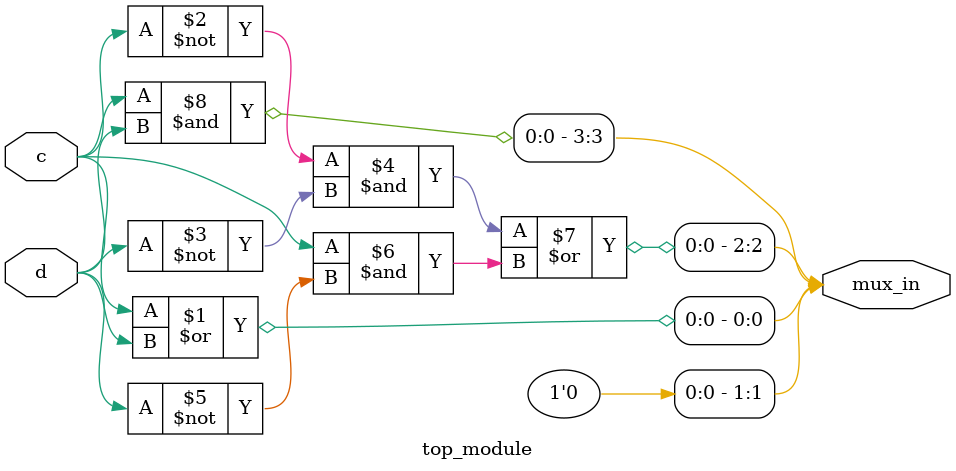
<source format=v>
module top_module (
    input c,
    input d,
    output [3:0] mux_in
); 
    assign mux_in[0] = c|d, mux_in[1] = 1'b0, mux_in[2] = ~c&~d | c&~d, mux_in[3] = c&d;   
endmodule

</source>
